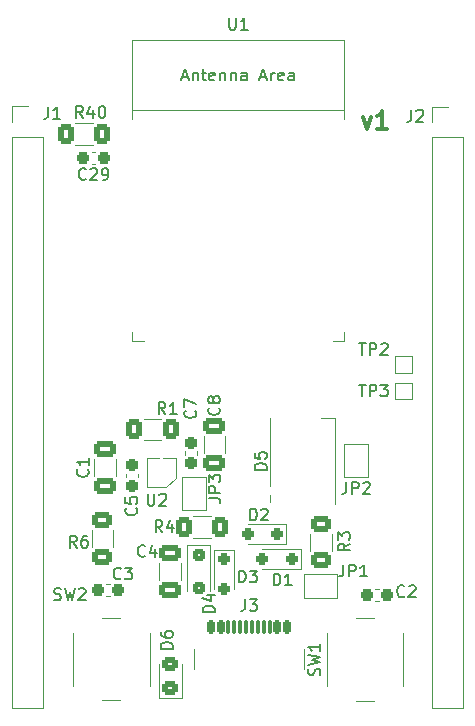
<source format=gbr>
%TF.GenerationSoftware,KiCad,Pcbnew,8.0.1-1.fc39*%
%TF.CreationDate,2024-05-03T11:25:38+02:00*%
%TF.ProjectId,esp32-s3-simple,65737033-322d-4733-932d-73696d706c65,rev?*%
%TF.SameCoordinates,Original*%
%TF.FileFunction,Legend,Top*%
%TF.FilePolarity,Positive*%
%FSLAX46Y46*%
G04 Gerber Fmt 4.6, Leading zero omitted, Abs format (unit mm)*
G04 Created by KiCad (PCBNEW 8.0.1-1.fc39) date 2024-05-03 11:25:38*
%MOMM*%
%LPD*%
G01*
G04 APERTURE LIST*
G04 Aperture macros list*
%AMRoundRect*
0 Rectangle with rounded corners*
0 $1 Rounding radius*
0 $2 $3 $4 $5 $6 $7 $8 $9 X,Y pos of 4 corners*
0 Add a 4 corners polygon primitive as box body*
4,1,4,$2,$3,$4,$5,$6,$7,$8,$9,$2,$3,0*
0 Add four circle primitives for the rounded corners*
1,1,$1+$1,$2,$3*
1,1,$1+$1,$4,$5*
1,1,$1+$1,$6,$7*
1,1,$1+$1,$8,$9*
0 Add four rect primitives between the rounded corners*
20,1,$1+$1,$2,$3,$4,$5,0*
20,1,$1+$1,$4,$5,$6,$7,0*
20,1,$1+$1,$6,$7,$8,$9,0*
20,1,$1+$1,$8,$9,$2,$3,0*%
G04 Aperture macros list end*
%ADD10C,0.300000*%
%ADD11C,0.150000*%
%ADD12C,0.120000*%
%ADD13R,1.700000X1.700000*%
%ADD14O,1.700000X1.700000*%
%ADD15RoundRect,0.250000X-0.400000X-0.625000X0.400000X-0.625000X0.400000X0.625000X-0.400000X0.625000X0*%
%ADD16RoundRect,0.250000X0.650000X-0.412500X0.650000X0.412500X-0.650000X0.412500X-0.650000X-0.412500X0*%
%ADD17R,1.500000X0.900000*%
%ADD18R,0.900000X1.500000*%
%ADD19R,0.900000X0.900000*%
%ADD20RoundRect,0.237500X0.300000X0.237500X-0.300000X0.237500X-0.300000X-0.237500X0.300000X-0.237500X0*%
%ADD21RoundRect,0.250000X-0.300000X0.300000X-0.300000X-0.300000X0.300000X-0.300000X0.300000X0.300000X0*%
%ADD22C,2.000000*%
%ADD23RoundRect,0.250000X0.250000X0.250000X-0.250000X0.250000X-0.250000X-0.250000X0.250000X-0.250000X0*%
%ADD24R,1.000000X1.000000*%
%ADD25RoundRect,0.250000X0.400000X0.625000X-0.400000X0.625000X-0.400000X-0.625000X0.400000X-0.625000X0*%
%ADD26R,1.500000X1.000000*%
%ADD27RoundRect,0.237500X0.237500X-0.300000X0.237500X0.300000X-0.237500X0.300000X-0.237500X-0.300000X0*%
%ADD28RoundRect,0.250000X0.625000X-0.400000X0.625000X0.400000X-0.625000X0.400000X-0.625000X-0.400000X0*%
%ADD29R,1.000000X1.500000*%
%ADD30RoundRect,0.250000X-0.650000X0.412500X-0.650000X-0.412500X0.650000X-0.412500X0.650000X0.412500X0*%
%ADD31RoundRect,0.237500X-0.300000X-0.237500X0.300000X-0.237500X0.300000X0.237500X-0.300000X0.237500X0*%
%ADD32R,0.350000X0.280000*%
%ADD33R,0.350000X0.260000*%
%ADD34R,0.440000X1.440000*%
%ADD35RoundRect,0.250000X-0.625000X0.400000X-0.625000X-0.400000X0.625000X-0.400000X0.625000X0.400000X0*%
%ADD36RoundRect,0.250000X-0.250000X0.250000X-0.250000X-0.250000X0.250000X-0.250000X0.250000X0.250000X0*%
%ADD37RoundRect,0.250000X0.450000X-0.325000X0.450000X0.325000X-0.450000X0.325000X-0.450000X-0.325000X0*%
%ADD38C,0.650000*%
%ADD39RoundRect,0.150000X-0.150000X-0.425000X0.150000X-0.425000X0.150000X0.425000X-0.150000X0.425000X0*%
%ADD40RoundRect,0.075000X-0.075000X-0.500000X0.075000X-0.500000X0.075000X0.500000X-0.075000X0.500000X0*%
%ADD41O,1.000000X2.100000*%
%ADD42O,1.000000X1.800000*%
%ADD43C,0.800000*%
%ADD44C,0.600000*%
%ADD45C,0.500000*%
G04 APERTURE END LIST*
D10*
X169061653Y-36800828D02*
X169418796Y-37800828D01*
X169418796Y-37800828D02*
X169775939Y-36800828D01*
X171133082Y-37800828D02*
X170275939Y-37800828D01*
X170704510Y-37800828D02*
X170704510Y-36300828D01*
X170704510Y-36300828D02*
X170561653Y-36515114D01*
X170561653Y-36515114D02*
X170418796Y-36657971D01*
X170418796Y-36657971D02*
X170275939Y-36729400D01*
D11*
X173166666Y-36204819D02*
X173166666Y-36919104D01*
X173166666Y-36919104D02*
X173119047Y-37061961D01*
X173119047Y-37061961D02*
X173023809Y-37157200D01*
X173023809Y-37157200D02*
X172880952Y-37204819D01*
X172880952Y-37204819D02*
X172785714Y-37204819D01*
X173595238Y-36300057D02*
X173642857Y-36252438D01*
X173642857Y-36252438D02*
X173738095Y-36204819D01*
X173738095Y-36204819D02*
X173976190Y-36204819D01*
X173976190Y-36204819D02*
X174071428Y-36252438D01*
X174071428Y-36252438D02*
X174119047Y-36300057D01*
X174119047Y-36300057D02*
X174166666Y-36395295D01*
X174166666Y-36395295D02*
X174166666Y-36490533D01*
X174166666Y-36490533D02*
X174119047Y-36633390D01*
X174119047Y-36633390D02*
X173547619Y-37204819D01*
X173547619Y-37204819D02*
X174166666Y-37204819D01*
X145357142Y-36884819D02*
X145023809Y-36408628D01*
X144785714Y-36884819D02*
X144785714Y-35884819D01*
X144785714Y-35884819D02*
X145166666Y-35884819D01*
X145166666Y-35884819D02*
X145261904Y-35932438D01*
X145261904Y-35932438D02*
X145309523Y-35980057D01*
X145309523Y-35980057D02*
X145357142Y-36075295D01*
X145357142Y-36075295D02*
X145357142Y-36218152D01*
X145357142Y-36218152D02*
X145309523Y-36313390D01*
X145309523Y-36313390D02*
X145261904Y-36361009D01*
X145261904Y-36361009D02*
X145166666Y-36408628D01*
X145166666Y-36408628D02*
X144785714Y-36408628D01*
X146214285Y-36218152D02*
X146214285Y-36884819D01*
X145976190Y-35837200D02*
X145738095Y-36551485D01*
X145738095Y-36551485D02*
X146357142Y-36551485D01*
X146928571Y-35884819D02*
X147023809Y-35884819D01*
X147023809Y-35884819D02*
X147119047Y-35932438D01*
X147119047Y-35932438D02*
X147166666Y-35980057D01*
X147166666Y-35980057D02*
X147214285Y-36075295D01*
X147214285Y-36075295D02*
X147261904Y-36265771D01*
X147261904Y-36265771D02*
X147261904Y-36503866D01*
X147261904Y-36503866D02*
X147214285Y-36694342D01*
X147214285Y-36694342D02*
X147166666Y-36789580D01*
X147166666Y-36789580D02*
X147119047Y-36837200D01*
X147119047Y-36837200D02*
X147023809Y-36884819D01*
X147023809Y-36884819D02*
X146928571Y-36884819D01*
X146928571Y-36884819D02*
X146833333Y-36837200D01*
X146833333Y-36837200D02*
X146785714Y-36789580D01*
X146785714Y-36789580D02*
X146738095Y-36694342D01*
X146738095Y-36694342D02*
X146690476Y-36503866D01*
X146690476Y-36503866D02*
X146690476Y-36265771D01*
X146690476Y-36265771D02*
X146738095Y-36075295D01*
X146738095Y-36075295D02*
X146785714Y-35980057D01*
X146785714Y-35980057D02*
X146833333Y-35932438D01*
X146833333Y-35932438D02*
X146928571Y-35884819D01*
X156859580Y-61416666D02*
X156907200Y-61464285D01*
X156907200Y-61464285D02*
X156954819Y-61607142D01*
X156954819Y-61607142D02*
X156954819Y-61702380D01*
X156954819Y-61702380D02*
X156907200Y-61845237D01*
X156907200Y-61845237D02*
X156811961Y-61940475D01*
X156811961Y-61940475D02*
X156716723Y-61988094D01*
X156716723Y-61988094D02*
X156526247Y-62035713D01*
X156526247Y-62035713D02*
X156383390Y-62035713D01*
X156383390Y-62035713D02*
X156192914Y-61988094D01*
X156192914Y-61988094D02*
X156097676Y-61940475D01*
X156097676Y-61940475D02*
X156002438Y-61845237D01*
X156002438Y-61845237D02*
X155954819Y-61702380D01*
X155954819Y-61702380D02*
X155954819Y-61607142D01*
X155954819Y-61607142D02*
X156002438Y-61464285D01*
X156002438Y-61464285D02*
X156050057Y-61416666D01*
X156383390Y-60845237D02*
X156335771Y-60940475D01*
X156335771Y-60940475D02*
X156288152Y-60988094D01*
X156288152Y-60988094D02*
X156192914Y-61035713D01*
X156192914Y-61035713D02*
X156145295Y-61035713D01*
X156145295Y-61035713D02*
X156050057Y-60988094D01*
X156050057Y-60988094D02*
X156002438Y-60940475D01*
X156002438Y-60940475D02*
X155954819Y-60845237D01*
X155954819Y-60845237D02*
X155954819Y-60654761D01*
X155954819Y-60654761D02*
X156002438Y-60559523D01*
X156002438Y-60559523D02*
X156050057Y-60511904D01*
X156050057Y-60511904D02*
X156145295Y-60464285D01*
X156145295Y-60464285D02*
X156192914Y-60464285D01*
X156192914Y-60464285D02*
X156288152Y-60511904D01*
X156288152Y-60511904D02*
X156335771Y-60559523D01*
X156335771Y-60559523D02*
X156383390Y-60654761D01*
X156383390Y-60654761D02*
X156383390Y-60845237D01*
X156383390Y-60845237D02*
X156431009Y-60940475D01*
X156431009Y-60940475D02*
X156478628Y-60988094D01*
X156478628Y-60988094D02*
X156573866Y-61035713D01*
X156573866Y-61035713D02*
X156764342Y-61035713D01*
X156764342Y-61035713D02*
X156859580Y-60988094D01*
X156859580Y-60988094D02*
X156907200Y-60940475D01*
X156907200Y-60940475D02*
X156954819Y-60845237D01*
X156954819Y-60845237D02*
X156954819Y-60654761D01*
X156954819Y-60654761D02*
X156907200Y-60559523D01*
X156907200Y-60559523D02*
X156859580Y-60511904D01*
X156859580Y-60511904D02*
X156764342Y-60464285D01*
X156764342Y-60464285D02*
X156573866Y-60464285D01*
X156573866Y-60464285D02*
X156478628Y-60511904D01*
X156478628Y-60511904D02*
X156431009Y-60559523D01*
X156431009Y-60559523D02*
X156383390Y-60654761D01*
X157738095Y-28404819D02*
X157738095Y-29214342D01*
X157738095Y-29214342D02*
X157785714Y-29309580D01*
X157785714Y-29309580D02*
X157833333Y-29357200D01*
X157833333Y-29357200D02*
X157928571Y-29404819D01*
X157928571Y-29404819D02*
X158119047Y-29404819D01*
X158119047Y-29404819D02*
X158214285Y-29357200D01*
X158214285Y-29357200D02*
X158261904Y-29309580D01*
X158261904Y-29309580D02*
X158309523Y-29214342D01*
X158309523Y-29214342D02*
X158309523Y-28404819D01*
X159309523Y-29404819D02*
X158738095Y-29404819D01*
X159023809Y-29404819D02*
X159023809Y-28404819D01*
X159023809Y-28404819D02*
X158928571Y-28547676D01*
X158928571Y-28547676D02*
X158833333Y-28642914D01*
X158833333Y-28642914D02*
X158738095Y-28690533D01*
X153738094Y-33419104D02*
X154214284Y-33419104D01*
X153642856Y-33704819D02*
X153976189Y-32704819D01*
X153976189Y-32704819D02*
X154309522Y-33704819D01*
X154642856Y-33038152D02*
X154642856Y-33704819D01*
X154642856Y-33133390D02*
X154690475Y-33085771D01*
X154690475Y-33085771D02*
X154785713Y-33038152D01*
X154785713Y-33038152D02*
X154928570Y-33038152D01*
X154928570Y-33038152D02*
X155023808Y-33085771D01*
X155023808Y-33085771D02*
X155071427Y-33181009D01*
X155071427Y-33181009D02*
X155071427Y-33704819D01*
X155404761Y-33038152D02*
X155785713Y-33038152D01*
X155547618Y-32704819D02*
X155547618Y-33561961D01*
X155547618Y-33561961D02*
X155595237Y-33657200D01*
X155595237Y-33657200D02*
X155690475Y-33704819D01*
X155690475Y-33704819D02*
X155785713Y-33704819D01*
X156499999Y-33657200D02*
X156404761Y-33704819D01*
X156404761Y-33704819D02*
X156214285Y-33704819D01*
X156214285Y-33704819D02*
X156119047Y-33657200D01*
X156119047Y-33657200D02*
X156071428Y-33561961D01*
X156071428Y-33561961D02*
X156071428Y-33181009D01*
X156071428Y-33181009D02*
X156119047Y-33085771D01*
X156119047Y-33085771D02*
X156214285Y-33038152D01*
X156214285Y-33038152D02*
X156404761Y-33038152D01*
X156404761Y-33038152D02*
X156499999Y-33085771D01*
X156499999Y-33085771D02*
X156547618Y-33181009D01*
X156547618Y-33181009D02*
X156547618Y-33276247D01*
X156547618Y-33276247D02*
X156071428Y-33371485D01*
X156976190Y-33038152D02*
X156976190Y-33704819D01*
X156976190Y-33133390D02*
X157023809Y-33085771D01*
X157023809Y-33085771D02*
X157119047Y-33038152D01*
X157119047Y-33038152D02*
X157261904Y-33038152D01*
X157261904Y-33038152D02*
X157357142Y-33085771D01*
X157357142Y-33085771D02*
X157404761Y-33181009D01*
X157404761Y-33181009D02*
X157404761Y-33704819D01*
X157880952Y-33038152D02*
X157880952Y-33704819D01*
X157880952Y-33133390D02*
X157928571Y-33085771D01*
X157928571Y-33085771D02*
X158023809Y-33038152D01*
X158023809Y-33038152D02*
X158166666Y-33038152D01*
X158166666Y-33038152D02*
X158261904Y-33085771D01*
X158261904Y-33085771D02*
X158309523Y-33181009D01*
X158309523Y-33181009D02*
X158309523Y-33704819D01*
X159214285Y-33704819D02*
X159214285Y-33181009D01*
X159214285Y-33181009D02*
X159166666Y-33085771D01*
X159166666Y-33085771D02*
X159071428Y-33038152D01*
X159071428Y-33038152D02*
X158880952Y-33038152D01*
X158880952Y-33038152D02*
X158785714Y-33085771D01*
X159214285Y-33657200D02*
X159119047Y-33704819D01*
X159119047Y-33704819D02*
X158880952Y-33704819D01*
X158880952Y-33704819D02*
X158785714Y-33657200D01*
X158785714Y-33657200D02*
X158738095Y-33561961D01*
X158738095Y-33561961D02*
X158738095Y-33466723D01*
X158738095Y-33466723D02*
X158785714Y-33371485D01*
X158785714Y-33371485D02*
X158880952Y-33323866D01*
X158880952Y-33323866D02*
X159119047Y-33323866D01*
X159119047Y-33323866D02*
X159214285Y-33276247D01*
X160404762Y-33419104D02*
X160880952Y-33419104D01*
X160309524Y-33704819D02*
X160642857Y-32704819D01*
X160642857Y-32704819D02*
X160976190Y-33704819D01*
X161309524Y-33704819D02*
X161309524Y-33038152D01*
X161309524Y-33228628D02*
X161357143Y-33133390D01*
X161357143Y-33133390D02*
X161404762Y-33085771D01*
X161404762Y-33085771D02*
X161500000Y-33038152D01*
X161500000Y-33038152D02*
X161595238Y-33038152D01*
X162309524Y-33657200D02*
X162214286Y-33704819D01*
X162214286Y-33704819D02*
X162023810Y-33704819D01*
X162023810Y-33704819D02*
X161928572Y-33657200D01*
X161928572Y-33657200D02*
X161880953Y-33561961D01*
X161880953Y-33561961D02*
X161880953Y-33181009D01*
X161880953Y-33181009D02*
X161928572Y-33085771D01*
X161928572Y-33085771D02*
X162023810Y-33038152D01*
X162023810Y-33038152D02*
X162214286Y-33038152D01*
X162214286Y-33038152D02*
X162309524Y-33085771D01*
X162309524Y-33085771D02*
X162357143Y-33181009D01*
X162357143Y-33181009D02*
X162357143Y-33276247D01*
X162357143Y-33276247D02*
X161880953Y-33371485D01*
X163214286Y-33704819D02*
X163214286Y-33181009D01*
X163214286Y-33181009D02*
X163166667Y-33085771D01*
X163166667Y-33085771D02*
X163071429Y-33038152D01*
X163071429Y-33038152D02*
X162880953Y-33038152D01*
X162880953Y-33038152D02*
X162785715Y-33085771D01*
X163214286Y-33657200D02*
X163119048Y-33704819D01*
X163119048Y-33704819D02*
X162880953Y-33704819D01*
X162880953Y-33704819D02*
X162785715Y-33657200D01*
X162785715Y-33657200D02*
X162738096Y-33561961D01*
X162738096Y-33561961D02*
X162738096Y-33466723D01*
X162738096Y-33466723D02*
X162785715Y-33371485D01*
X162785715Y-33371485D02*
X162880953Y-33323866D01*
X162880953Y-33323866D02*
X163119048Y-33323866D01*
X163119048Y-33323866D02*
X163214286Y-33276247D01*
X172583333Y-77359580D02*
X172535714Y-77407200D01*
X172535714Y-77407200D02*
X172392857Y-77454819D01*
X172392857Y-77454819D02*
X172297619Y-77454819D01*
X172297619Y-77454819D02*
X172154762Y-77407200D01*
X172154762Y-77407200D02*
X172059524Y-77311961D01*
X172059524Y-77311961D02*
X172011905Y-77216723D01*
X172011905Y-77216723D02*
X171964286Y-77026247D01*
X171964286Y-77026247D02*
X171964286Y-76883390D01*
X171964286Y-76883390D02*
X172011905Y-76692914D01*
X172011905Y-76692914D02*
X172059524Y-76597676D01*
X172059524Y-76597676D02*
X172154762Y-76502438D01*
X172154762Y-76502438D02*
X172297619Y-76454819D01*
X172297619Y-76454819D02*
X172392857Y-76454819D01*
X172392857Y-76454819D02*
X172535714Y-76502438D01*
X172535714Y-76502438D02*
X172583333Y-76550057D01*
X172964286Y-76550057D02*
X173011905Y-76502438D01*
X173011905Y-76502438D02*
X173107143Y-76454819D01*
X173107143Y-76454819D02*
X173345238Y-76454819D01*
X173345238Y-76454819D02*
X173440476Y-76502438D01*
X173440476Y-76502438D02*
X173488095Y-76550057D01*
X173488095Y-76550057D02*
X173535714Y-76645295D01*
X173535714Y-76645295D02*
X173535714Y-76740533D01*
X173535714Y-76740533D02*
X173488095Y-76883390D01*
X173488095Y-76883390D02*
X172916667Y-77454819D01*
X172916667Y-77454819D02*
X173535714Y-77454819D01*
X156504819Y-78738094D02*
X155504819Y-78738094D01*
X155504819Y-78738094D02*
X155504819Y-78499999D01*
X155504819Y-78499999D02*
X155552438Y-78357142D01*
X155552438Y-78357142D02*
X155647676Y-78261904D01*
X155647676Y-78261904D02*
X155742914Y-78214285D01*
X155742914Y-78214285D02*
X155933390Y-78166666D01*
X155933390Y-78166666D02*
X156076247Y-78166666D01*
X156076247Y-78166666D02*
X156266723Y-78214285D01*
X156266723Y-78214285D02*
X156361961Y-78261904D01*
X156361961Y-78261904D02*
X156457200Y-78357142D01*
X156457200Y-78357142D02*
X156504819Y-78499999D01*
X156504819Y-78499999D02*
X156504819Y-78738094D01*
X155838152Y-77309523D02*
X156504819Y-77309523D01*
X155457200Y-77547618D02*
X156171485Y-77785713D01*
X156171485Y-77785713D02*
X156171485Y-77166666D01*
X165407200Y-84083332D02*
X165454819Y-83940475D01*
X165454819Y-83940475D02*
X165454819Y-83702380D01*
X165454819Y-83702380D02*
X165407200Y-83607142D01*
X165407200Y-83607142D02*
X165359580Y-83559523D01*
X165359580Y-83559523D02*
X165264342Y-83511904D01*
X165264342Y-83511904D02*
X165169104Y-83511904D01*
X165169104Y-83511904D02*
X165073866Y-83559523D01*
X165073866Y-83559523D02*
X165026247Y-83607142D01*
X165026247Y-83607142D02*
X164978628Y-83702380D01*
X164978628Y-83702380D02*
X164931009Y-83892856D01*
X164931009Y-83892856D02*
X164883390Y-83988094D01*
X164883390Y-83988094D02*
X164835771Y-84035713D01*
X164835771Y-84035713D02*
X164740533Y-84083332D01*
X164740533Y-84083332D02*
X164645295Y-84083332D01*
X164645295Y-84083332D02*
X164550057Y-84035713D01*
X164550057Y-84035713D02*
X164502438Y-83988094D01*
X164502438Y-83988094D02*
X164454819Y-83892856D01*
X164454819Y-83892856D02*
X164454819Y-83654761D01*
X164454819Y-83654761D02*
X164502438Y-83511904D01*
X164454819Y-83178570D02*
X165454819Y-82940475D01*
X165454819Y-82940475D02*
X164740533Y-82749999D01*
X164740533Y-82749999D02*
X165454819Y-82559523D01*
X165454819Y-82559523D02*
X164454819Y-82321428D01*
X165454819Y-81416666D02*
X165454819Y-81988094D01*
X165454819Y-81702380D02*
X164454819Y-81702380D01*
X164454819Y-81702380D02*
X164597676Y-81797618D01*
X164597676Y-81797618D02*
X164692914Y-81892856D01*
X164692914Y-81892856D02*
X164740533Y-81988094D01*
X161511905Y-76454819D02*
X161511905Y-75454819D01*
X161511905Y-75454819D02*
X161750000Y-75454819D01*
X161750000Y-75454819D02*
X161892857Y-75502438D01*
X161892857Y-75502438D02*
X161988095Y-75597676D01*
X161988095Y-75597676D02*
X162035714Y-75692914D01*
X162035714Y-75692914D02*
X162083333Y-75883390D01*
X162083333Y-75883390D02*
X162083333Y-76026247D01*
X162083333Y-76026247D02*
X162035714Y-76216723D01*
X162035714Y-76216723D02*
X161988095Y-76311961D01*
X161988095Y-76311961D02*
X161892857Y-76407200D01*
X161892857Y-76407200D02*
X161750000Y-76454819D01*
X161750000Y-76454819D02*
X161511905Y-76454819D01*
X163035714Y-76454819D02*
X162464286Y-76454819D01*
X162750000Y-76454819D02*
X162750000Y-75454819D01*
X162750000Y-75454819D02*
X162654762Y-75597676D01*
X162654762Y-75597676D02*
X162559524Y-75692914D01*
X162559524Y-75692914D02*
X162464286Y-75740533D01*
X145607142Y-42039580D02*
X145559523Y-42087200D01*
X145559523Y-42087200D02*
X145416666Y-42134819D01*
X145416666Y-42134819D02*
X145321428Y-42134819D01*
X145321428Y-42134819D02*
X145178571Y-42087200D01*
X145178571Y-42087200D02*
X145083333Y-41991961D01*
X145083333Y-41991961D02*
X145035714Y-41896723D01*
X145035714Y-41896723D02*
X144988095Y-41706247D01*
X144988095Y-41706247D02*
X144988095Y-41563390D01*
X144988095Y-41563390D02*
X145035714Y-41372914D01*
X145035714Y-41372914D02*
X145083333Y-41277676D01*
X145083333Y-41277676D02*
X145178571Y-41182438D01*
X145178571Y-41182438D02*
X145321428Y-41134819D01*
X145321428Y-41134819D02*
X145416666Y-41134819D01*
X145416666Y-41134819D02*
X145559523Y-41182438D01*
X145559523Y-41182438D02*
X145607142Y-41230057D01*
X145988095Y-41230057D02*
X146035714Y-41182438D01*
X146035714Y-41182438D02*
X146130952Y-41134819D01*
X146130952Y-41134819D02*
X146369047Y-41134819D01*
X146369047Y-41134819D02*
X146464285Y-41182438D01*
X146464285Y-41182438D02*
X146511904Y-41230057D01*
X146511904Y-41230057D02*
X146559523Y-41325295D01*
X146559523Y-41325295D02*
X146559523Y-41420533D01*
X146559523Y-41420533D02*
X146511904Y-41563390D01*
X146511904Y-41563390D02*
X145940476Y-42134819D01*
X145940476Y-42134819D02*
X146559523Y-42134819D01*
X147035714Y-42134819D02*
X147226190Y-42134819D01*
X147226190Y-42134819D02*
X147321428Y-42087200D01*
X147321428Y-42087200D02*
X147369047Y-42039580D01*
X147369047Y-42039580D02*
X147464285Y-41896723D01*
X147464285Y-41896723D02*
X147511904Y-41706247D01*
X147511904Y-41706247D02*
X147511904Y-41325295D01*
X147511904Y-41325295D02*
X147464285Y-41230057D01*
X147464285Y-41230057D02*
X147416666Y-41182438D01*
X147416666Y-41182438D02*
X147321428Y-41134819D01*
X147321428Y-41134819D02*
X147130952Y-41134819D01*
X147130952Y-41134819D02*
X147035714Y-41182438D01*
X147035714Y-41182438D02*
X146988095Y-41230057D01*
X146988095Y-41230057D02*
X146940476Y-41325295D01*
X146940476Y-41325295D02*
X146940476Y-41563390D01*
X146940476Y-41563390D02*
X146988095Y-41658628D01*
X146988095Y-41658628D02*
X147035714Y-41706247D01*
X147035714Y-41706247D02*
X147130952Y-41753866D01*
X147130952Y-41753866D02*
X147321428Y-41753866D01*
X147321428Y-41753866D02*
X147416666Y-41706247D01*
X147416666Y-41706247D02*
X147464285Y-41658628D01*
X147464285Y-41658628D02*
X147511904Y-41563390D01*
X168738095Y-55954819D02*
X169309523Y-55954819D01*
X169023809Y-56954819D02*
X169023809Y-55954819D01*
X169642857Y-56954819D02*
X169642857Y-55954819D01*
X169642857Y-55954819D02*
X170023809Y-55954819D01*
X170023809Y-55954819D02*
X170119047Y-56002438D01*
X170119047Y-56002438D02*
X170166666Y-56050057D01*
X170166666Y-56050057D02*
X170214285Y-56145295D01*
X170214285Y-56145295D02*
X170214285Y-56288152D01*
X170214285Y-56288152D02*
X170166666Y-56383390D01*
X170166666Y-56383390D02*
X170119047Y-56431009D01*
X170119047Y-56431009D02*
X170023809Y-56478628D01*
X170023809Y-56478628D02*
X169642857Y-56478628D01*
X170595238Y-56050057D02*
X170642857Y-56002438D01*
X170642857Y-56002438D02*
X170738095Y-55954819D01*
X170738095Y-55954819D02*
X170976190Y-55954819D01*
X170976190Y-55954819D02*
X171071428Y-56002438D01*
X171071428Y-56002438D02*
X171119047Y-56050057D01*
X171119047Y-56050057D02*
X171166666Y-56145295D01*
X171166666Y-56145295D02*
X171166666Y-56240533D01*
X171166666Y-56240533D02*
X171119047Y-56383390D01*
X171119047Y-56383390D02*
X170547619Y-56954819D01*
X170547619Y-56954819D02*
X171166666Y-56954819D01*
X152083333Y-71954819D02*
X151750000Y-71478628D01*
X151511905Y-71954819D02*
X151511905Y-70954819D01*
X151511905Y-70954819D02*
X151892857Y-70954819D01*
X151892857Y-70954819D02*
X151988095Y-71002438D01*
X151988095Y-71002438D02*
X152035714Y-71050057D01*
X152035714Y-71050057D02*
X152083333Y-71145295D01*
X152083333Y-71145295D02*
X152083333Y-71288152D01*
X152083333Y-71288152D02*
X152035714Y-71383390D01*
X152035714Y-71383390D02*
X151988095Y-71431009D01*
X151988095Y-71431009D02*
X151892857Y-71478628D01*
X151892857Y-71478628D02*
X151511905Y-71478628D01*
X152940476Y-71288152D02*
X152940476Y-71954819D01*
X152702381Y-70907200D02*
X152464286Y-71621485D01*
X152464286Y-71621485D02*
X153083333Y-71621485D01*
X156004819Y-69083333D02*
X156719104Y-69083333D01*
X156719104Y-69083333D02*
X156861961Y-69130952D01*
X156861961Y-69130952D02*
X156957200Y-69226190D01*
X156957200Y-69226190D02*
X157004819Y-69369047D01*
X157004819Y-69369047D02*
X157004819Y-69464285D01*
X157004819Y-68607142D02*
X156004819Y-68607142D01*
X156004819Y-68607142D02*
X156004819Y-68226190D01*
X156004819Y-68226190D02*
X156052438Y-68130952D01*
X156052438Y-68130952D02*
X156100057Y-68083333D01*
X156100057Y-68083333D02*
X156195295Y-68035714D01*
X156195295Y-68035714D02*
X156338152Y-68035714D01*
X156338152Y-68035714D02*
X156433390Y-68083333D01*
X156433390Y-68083333D02*
X156481009Y-68130952D01*
X156481009Y-68130952D02*
X156528628Y-68226190D01*
X156528628Y-68226190D02*
X156528628Y-68607142D01*
X156004819Y-67702380D02*
X156004819Y-67083333D01*
X156004819Y-67083333D02*
X156385771Y-67416666D01*
X156385771Y-67416666D02*
X156385771Y-67273809D01*
X156385771Y-67273809D02*
X156433390Y-67178571D01*
X156433390Y-67178571D02*
X156481009Y-67130952D01*
X156481009Y-67130952D02*
X156576247Y-67083333D01*
X156576247Y-67083333D02*
X156814342Y-67083333D01*
X156814342Y-67083333D02*
X156909580Y-67130952D01*
X156909580Y-67130952D02*
X156957200Y-67178571D01*
X156957200Y-67178571D02*
X157004819Y-67273809D01*
X157004819Y-67273809D02*
X157004819Y-67559523D01*
X157004819Y-67559523D02*
X156957200Y-67654761D01*
X156957200Y-67654761D02*
X156909580Y-67702380D01*
X154859580Y-61666666D02*
X154907200Y-61714285D01*
X154907200Y-61714285D02*
X154954819Y-61857142D01*
X154954819Y-61857142D02*
X154954819Y-61952380D01*
X154954819Y-61952380D02*
X154907200Y-62095237D01*
X154907200Y-62095237D02*
X154811961Y-62190475D01*
X154811961Y-62190475D02*
X154716723Y-62238094D01*
X154716723Y-62238094D02*
X154526247Y-62285713D01*
X154526247Y-62285713D02*
X154383390Y-62285713D01*
X154383390Y-62285713D02*
X154192914Y-62238094D01*
X154192914Y-62238094D02*
X154097676Y-62190475D01*
X154097676Y-62190475D02*
X154002438Y-62095237D01*
X154002438Y-62095237D02*
X153954819Y-61952380D01*
X153954819Y-61952380D02*
X153954819Y-61857142D01*
X153954819Y-61857142D02*
X154002438Y-61714285D01*
X154002438Y-61714285D02*
X154050057Y-61666666D01*
X153954819Y-61333332D02*
X153954819Y-60666666D01*
X153954819Y-60666666D02*
X154954819Y-61095237D01*
X167954819Y-72916666D02*
X167478628Y-73249999D01*
X167954819Y-73488094D02*
X166954819Y-73488094D01*
X166954819Y-73488094D02*
X166954819Y-73107142D01*
X166954819Y-73107142D02*
X167002438Y-73011904D01*
X167002438Y-73011904D02*
X167050057Y-72964285D01*
X167050057Y-72964285D02*
X167145295Y-72916666D01*
X167145295Y-72916666D02*
X167288152Y-72916666D01*
X167288152Y-72916666D02*
X167383390Y-72964285D01*
X167383390Y-72964285D02*
X167431009Y-73011904D01*
X167431009Y-73011904D02*
X167478628Y-73107142D01*
X167478628Y-73107142D02*
X167478628Y-73488094D01*
X166954819Y-72583332D02*
X166954819Y-71964285D01*
X166954819Y-71964285D02*
X167335771Y-72297618D01*
X167335771Y-72297618D02*
X167335771Y-72154761D01*
X167335771Y-72154761D02*
X167383390Y-72059523D01*
X167383390Y-72059523D02*
X167431009Y-72011904D01*
X167431009Y-72011904D02*
X167526247Y-71964285D01*
X167526247Y-71964285D02*
X167764342Y-71964285D01*
X167764342Y-71964285D02*
X167859580Y-72011904D01*
X167859580Y-72011904D02*
X167907200Y-72059523D01*
X167907200Y-72059523D02*
X167954819Y-72154761D01*
X167954819Y-72154761D02*
X167954819Y-72440475D01*
X167954819Y-72440475D02*
X167907200Y-72535713D01*
X167907200Y-72535713D02*
X167859580Y-72583332D01*
X160904819Y-66688094D02*
X159904819Y-66688094D01*
X159904819Y-66688094D02*
X159904819Y-66449999D01*
X159904819Y-66449999D02*
X159952438Y-66307142D01*
X159952438Y-66307142D02*
X160047676Y-66211904D01*
X160047676Y-66211904D02*
X160142914Y-66164285D01*
X160142914Y-66164285D02*
X160333390Y-66116666D01*
X160333390Y-66116666D02*
X160476247Y-66116666D01*
X160476247Y-66116666D02*
X160666723Y-66164285D01*
X160666723Y-66164285D02*
X160761961Y-66211904D01*
X160761961Y-66211904D02*
X160857200Y-66307142D01*
X160857200Y-66307142D02*
X160904819Y-66449999D01*
X160904819Y-66449999D02*
X160904819Y-66688094D01*
X159904819Y-65211904D02*
X159904819Y-65688094D01*
X159904819Y-65688094D02*
X160381009Y-65735713D01*
X160381009Y-65735713D02*
X160333390Y-65688094D01*
X160333390Y-65688094D02*
X160285771Y-65592856D01*
X160285771Y-65592856D02*
X160285771Y-65354761D01*
X160285771Y-65354761D02*
X160333390Y-65259523D01*
X160333390Y-65259523D02*
X160381009Y-65211904D01*
X160381009Y-65211904D02*
X160476247Y-65164285D01*
X160476247Y-65164285D02*
X160714342Y-65164285D01*
X160714342Y-65164285D02*
X160809580Y-65211904D01*
X160809580Y-65211904D02*
X160857200Y-65259523D01*
X160857200Y-65259523D02*
X160904819Y-65354761D01*
X160904819Y-65354761D02*
X160904819Y-65592856D01*
X160904819Y-65592856D02*
X160857200Y-65688094D01*
X160857200Y-65688094D02*
X160809580Y-65735713D01*
X145759580Y-66641666D02*
X145807200Y-66689285D01*
X145807200Y-66689285D02*
X145854819Y-66832142D01*
X145854819Y-66832142D02*
X145854819Y-66927380D01*
X145854819Y-66927380D02*
X145807200Y-67070237D01*
X145807200Y-67070237D02*
X145711961Y-67165475D01*
X145711961Y-67165475D02*
X145616723Y-67213094D01*
X145616723Y-67213094D02*
X145426247Y-67260713D01*
X145426247Y-67260713D02*
X145283390Y-67260713D01*
X145283390Y-67260713D02*
X145092914Y-67213094D01*
X145092914Y-67213094D02*
X144997676Y-67165475D01*
X144997676Y-67165475D02*
X144902438Y-67070237D01*
X144902438Y-67070237D02*
X144854819Y-66927380D01*
X144854819Y-66927380D02*
X144854819Y-66832142D01*
X144854819Y-66832142D02*
X144902438Y-66689285D01*
X144902438Y-66689285D02*
X144950057Y-66641666D01*
X145854819Y-65689285D02*
X145854819Y-66260713D01*
X145854819Y-65974999D02*
X144854819Y-65974999D01*
X144854819Y-65974999D02*
X144997676Y-66070237D01*
X144997676Y-66070237D02*
X145092914Y-66165475D01*
X145092914Y-66165475D02*
X145140533Y-66260713D01*
X150633333Y-73959580D02*
X150585714Y-74007200D01*
X150585714Y-74007200D02*
X150442857Y-74054819D01*
X150442857Y-74054819D02*
X150347619Y-74054819D01*
X150347619Y-74054819D02*
X150204762Y-74007200D01*
X150204762Y-74007200D02*
X150109524Y-73911961D01*
X150109524Y-73911961D02*
X150061905Y-73816723D01*
X150061905Y-73816723D02*
X150014286Y-73626247D01*
X150014286Y-73626247D02*
X150014286Y-73483390D01*
X150014286Y-73483390D02*
X150061905Y-73292914D01*
X150061905Y-73292914D02*
X150109524Y-73197676D01*
X150109524Y-73197676D02*
X150204762Y-73102438D01*
X150204762Y-73102438D02*
X150347619Y-73054819D01*
X150347619Y-73054819D02*
X150442857Y-73054819D01*
X150442857Y-73054819D02*
X150585714Y-73102438D01*
X150585714Y-73102438D02*
X150633333Y-73150057D01*
X151490476Y-73388152D02*
X151490476Y-74054819D01*
X151252381Y-73007200D02*
X151014286Y-73721485D01*
X151014286Y-73721485D02*
X151633333Y-73721485D01*
X148583333Y-75859580D02*
X148535714Y-75907200D01*
X148535714Y-75907200D02*
X148392857Y-75954819D01*
X148392857Y-75954819D02*
X148297619Y-75954819D01*
X148297619Y-75954819D02*
X148154762Y-75907200D01*
X148154762Y-75907200D02*
X148059524Y-75811961D01*
X148059524Y-75811961D02*
X148011905Y-75716723D01*
X148011905Y-75716723D02*
X147964286Y-75526247D01*
X147964286Y-75526247D02*
X147964286Y-75383390D01*
X147964286Y-75383390D02*
X148011905Y-75192914D01*
X148011905Y-75192914D02*
X148059524Y-75097676D01*
X148059524Y-75097676D02*
X148154762Y-75002438D01*
X148154762Y-75002438D02*
X148297619Y-74954819D01*
X148297619Y-74954819D02*
X148392857Y-74954819D01*
X148392857Y-74954819D02*
X148535714Y-75002438D01*
X148535714Y-75002438D02*
X148583333Y-75050057D01*
X148916667Y-74954819D02*
X149535714Y-74954819D01*
X149535714Y-74954819D02*
X149202381Y-75335771D01*
X149202381Y-75335771D02*
X149345238Y-75335771D01*
X149345238Y-75335771D02*
X149440476Y-75383390D01*
X149440476Y-75383390D02*
X149488095Y-75431009D01*
X149488095Y-75431009D02*
X149535714Y-75526247D01*
X149535714Y-75526247D02*
X149535714Y-75764342D01*
X149535714Y-75764342D02*
X149488095Y-75859580D01*
X149488095Y-75859580D02*
X149440476Y-75907200D01*
X149440476Y-75907200D02*
X149345238Y-75954819D01*
X149345238Y-75954819D02*
X149059524Y-75954819D01*
X149059524Y-75954819D02*
X148964286Y-75907200D01*
X148964286Y-75907200D02*
X148916667Y-75859580D01*
X150838095Y-68704819D02*
X150838095Y-69514342D01*
X150838095Y-69514342D02*
X150885714Y-69609580D01*
X150885714Y-69609580D02*
X150933333Y-69657200D01*
X150933333Y-69657200D02*
X151028571Y-69704819D01*
X151028571Y-69704819D02*
X151219047Y-69704819D01*
X151219047Y-69704819D02*
X151314285Y-69657200D01*
X151314285Y-69657200D02*
X151361904Y-69609580D01*
X151361904Y-69609580D02*
X151409523Y-69514342D01*
X151409523Y-69514342D02*
X151409523Y-68704819D01*
X151838095Y-68800057D02*
X151885714Y-68752438D01*
X151885714Y-68752438D02*
X151980952Y-68704819D01*
X151980952Y-68704819D02*
X152219047Y-68704819D01*
X152219047Y-68704819D02*
X152314285Y-68752438D01*
X152314285Y-68752438D02*
X152361904Y-68800057D01*
X152361904Y-68800057D02*
X152409523Y-68895295D01*
X152409523Y-68895295D02*
X152409523Y-68990533D01*
X152409523Y-68990533D02*
X152361904Y-69133390D01*
X152361904Y-69133390D02*
X151790476Y-69704819D01*
X151790476Y-69704819D02*
X152409523Y-69704819D01*
X167666666Y-67704819D02*
X167666666Y-68419104D01*
X167666666Y-68419104D02*
X167619047Y-68561961D01*
X167619047Y-68561961D02*
X167523809Y-68657200D01*
X167523809Y-68657200D02*
X167380952Y-68704819D01*
X167380952Y-68704819D02*
X167285714Y-68704819D01*
X168142857Y-68704819D02*
X168142857Y-67704819D01*
X168142857Y-67704819D02*
X168523809Y-67704819D01*
X168523809Y-67704819D02*
X168619047Y-67752438D01*
X168619047Y-67752438D02*
X168666666Y-67800057D01*
X168666666Y-67800057D02*
X168714285Y-67895295D01*
X168714285Y-67895295D02*
X168714285Y-68038152D01*
X168714285Y-68038152D02*
X168666666Y-68133390D01*
X168666666Y-68133390D02*
X168619047Y-68181009D01*
X168619047Y-68181009D02*
X168523809Y-68228628D01*
X168523809Y-68228628D02*
X168142857Y-68228628D01*
X169095238Y-67800057D02*
X169142857Y-67752438D01*
X169142857Y-67752438D02*
X169238095Y-67704819D01*
X169238095Y-67704819D02*
X169476190Y-67704819D01*
X169476190Y-67704819D02*
X169571428Y-67752438D01*
X169571428Y-67752438D02*
X169619047Y-67800057D01*
X169619047Y-67800057D02*
X169666666Y-67895295D01*
X169666666Y-67895295D02*
X169666666Y-67990533D01*
X169666666Y-67990533D02*
X169619047Y-68133390D01*
X169619047Y-68133390D02*
X169047619Y-68704819D01*
X169047619Y-68704819D02*
X169666666Y-68704819D01*
X159511905Y-70954819D02*
X159511905Y-69954819D01*
X159511905Y-69954819D02*
X159750000Y-69954819D01*
X159750000Y-69954819D02*
X159892857Y-70002438D01*
X159892857Y-70002438D02*
X159988095Y-70097676D01*
X159988095Y-70097676D02*
X160035714Y-70192914D01*
X160035714Y-70192914D02*
X160083333Y-70383390D01*
X160083333Y-70383390D02*
X160083333Y-70526247D01*
X160083333Y-70526247D02*
X160035714Y-70716723D01*
X160035714Y-70716723D02*
X159988095Y-70811961D01*
X159988095Y-70811961D02*
X159892857Y-70907200D01*
X159892857Y-70907200D02*
X159750000Y-70954819D01*
X159750000Y-70954819D02*
X159511905Y-70954819D01*
X160464286Y-70050057D02*
X160511905Y-70002438D01*
X160511905Y-70002438D02*
X160607143Y-69954819D01*
X160607143Y-69954819D02*
X160845238Y-69954819D01*
X160845238Y-69954819D02*
X160940476Y-70002438D01*
X160940476Y-70002438D02*
X160988095Y-70050057D01*
X160988095Y-70050057D02*
X161035714Y-70145295D01*
X161035714Y-70145295D02*
X161035714Y-70240533D01*
X161035714Y-70240533D02*
X160988095Y-70383390D01*
X160988095Y-70383390D02*
X160416667Y-70954819D01*
X160416667Y-70954819D02*
X161035714Y-70954819D01*
X144833333Y-73254819D02*
X144500000Y-72778628D01*
X144261905Y-73254819D02*
X144261905Y-72254819D01*
X144261905Y-72254819D02*
X144642857Y-72254819D01*
X144642857Y-72254819D02*
X144738095Y-72302438D01*
X144738095Y-72302438D02*
X144785714Y-72350057D01*
X144785714Y-72350057D02*
X144833333Y-72445295D01*
X144833333Y-72445295D02*
X144833333Y-72588152D01*
X144833333Y-72588152D02*
X144785714Y-72683390D01*
X144785714Y-72683390D02*
X144738095Y-72731009D01*
X144738095Y-72731009D02*
X144642857Y-72778628D01*
X144642857Y-72778628D02*
X144261905Y-72778628D01*
X145690476Y-72254819D02*
X145500000Y-72254819D01*
X145500000Y-72254819D02*
X145404762Y-72302438D01*
X145404762Y-72302438D02*
X145357143Y-72350057D01*
X145357143Y-72350057D02*
X145261905Y-72492914D01*
X145261905Y-72492914D02*
X145214286Y-72683390D01*
X145214286Y-72683390D02*
X145214286Y-73064342D01*
X145214286Y-73064342D02*
X145261905Y-73159580D01*
X145261905Y-73159580D02*
X145309524Y-73207200D01*
X145309524Y-73207200D02*
X145404762Y-73254819D01*
X145404762Y-73254819D02*
X145595238Y-73254819D01*
X145595238Y-73254819D02*
X145690476Y-73207200D01*
X145690476Y-73207200D02*
X145738095Y-73159580D01*
X145738095Y-73159580D02*
X145785714Y-73064342D01*
X145785714Y-73064342D02*
X145785714Y-72826247D01*
X145785714Y-72826247D02*
X145738095Y-72731009D01*
X145738095Y-72731009D02*
X145690476Y-72683390D01*
X145690476Y-72683390D02*
X145595238Y-72635771D01*
X145595238Y-72635771D02*
X145404762Y-72635771D01*
X145404762Y-72635771D02*
X145309524Y-72683390D01*
X145309524Y-72683390D02*
X145261905Y-72731009D01*
X145261905Y-72731009D02*
X145214286Y-72826247D01*
X149859580Y-69916666D02*
X149907200Y-69964285D01*
X149907200Y-69964285D02*
X149954819Y-70107142D01*
X149954819Y-70107142D02*
X149954819Y-70202380D01*
X149954819Y-70202380D02*
X149907200Y-70345237D01*
X149907200Y-70345237D02*
X149811961Y-70440475D01*
X149811961Y-70440475D02*
X149716723Y-70488094D01*
X149716723Y-70488094D02*
X149526247Y-70535713D01*
X149526247Y-70535713D02*
X149383390Y-70535713D01*
X149383390Y-70535713D02*
X149192914Y-70488094D01*
X149192914Y-70488094D02*
X149097676Y-70440475D01*
X149097676Y-70440475D02*
X149002438Y-70345237D01*
X149002438Y-70345237D02*
X148954819Y-70202380D01*
X148954819Y-70202380D02*
X148954819Y-70107142D01*
X148954819Y-70107142D02*
X149002438Y-69964285D01*
X149002438Y-69964285D02*
X149050057Y-69916666D01*
X148954819Y-69011904D02*
X148954819Y-69488094D01*
X148954819Y-69488094D02*
X149431009Y-69535713D01*
X149431009Y-69535713D02*
X149383390Y-69488094D01*
X149383390Y-69488094D02*
X149335771Y-69392856D01*
X149335771Y-69392856D02*
X149335771Y-69154761D01*
X149335771Y-69154761D02*
X149383390Y-69059523D01*
X149383390Y-69059523D02*
X149431009Y-69011904D01*
X149431009Y-69011904D02*
X149526247Y-68964285D01*
X149526247Y-68964285D02*
X149764342Y-68964285D01*
X149764342Y-68964285D02*
X149859580Y-69011904D01*
X149859580Y-69011904D02*
X149907200Y-69059523D01*
X149907200Y-69059523D02*
X149954819Y-69154761D01*
X149954819Y-69154761D02*
X149954819Y-69392856D01*
X149954819Y-69392856D02*
X149907200Y-69488094D01*
X149907200Y-69488094D02*
X149859580Y-69535713D01*
X142416666Y-35954819D02*
X142416666Y-36669104D01*
X142416666Y-36669104D02*
X142369047Y-36811961D01*
X142369047Y-36811961D02*
X142273809Y-36907200D01*
X142273809Y-36907200D02*
X142130952Y-36954819D01*
X142130952Y-36954819D02*
X142035714Y-36954819D01*
X143416666Y-36954819D02*
X142845238Y-36954819D01*
X143130952Y-36954819D02*
X143130952Y-35954819D01*
X143130952Y-35954819D02*
X143035714Y-36097676D01*
X143035714Y-36097676D02*
X142940476Y-36192914D01*
X142940476Y-36192914D02*
X142845238Y-36240533D01*
X158561905Y-76204819D02*
X158561905Y-75204819D01*
X158561905Y-75204819D02*
X158800000Y-75204819D01*
X158800000Y-75204819D02*
X158942857Y-75252438D01*
X158942857Y-75252438D02*
X159038095Y-75347676D01*
X159038095Y-75347676D02*
X159085714Y-75442914D01*
X159085714Y-75442914D02*
X159133333Y-75633390D01*
X159133333Y-75633390D02*
X159133333Y-75776247D01*
X159133333Y-75776247D02*
X159085714Y-75966723D01*
X159085714Y-75966723D02*
X159038095Y-76061961D01*
X159038095Y-76061961D02*
X158942857Y-76157200D01*
X158942857Y-76157200D02*
X158800000Y-76204819D01*
X158800000Y-76204819D02*
X158561905Y-76204819D01*
X159466667Y-75204819D02*
X160085714Y-75204819D01*
X160085714Y-75204819D02*
X159752381Y-75585771D01*
X159752381Y-75585771D02*
X159895238Y-75585771D01*
X159895238Y-75585771D02*
X159990476Y-75633390D01*
X159990476Y-75633390D02*
X160038095Y-75681009D01*
X160038095Y-75681009D02*
X160085714Y-75776247D01*
X160085714Y-75776247D02*
X160085714Y-76014342D01*
X160085714Y-76014342D02*
X160038095Y-76109580D01*
X160038095Y-76109580D02*
X159990476Y-76157200D01*
X159990476Y-76157200D02*
X159895238Y-76204819D01*
X159895238Y-76204819D02*
X159609524Y-76204819D01*
X159609524Y-76204819D02*
X159514286Y-76157200D01*
X159514286Y-76157200D02*
X159466667Y-76109580D01*
X152954819Y-81838094D02*
X151954819Y-81838094D01*
X151954819Y-81838094D02*
X151954819Y-81599999D01*
X151954819Y-81599999D02*
X152002438Y-81457142D01*
X152002438Y-81457142D02*
X152097676Y-81361904D01*
X152097676Y-81361904D02*
X152192914Y-81314285D01*
X152192914Y-81314285D02*
X152383390Y-81266666D01*
X152383390Y-81266666D02*
X152526247Y-81266666D01*
X152526247Y-81266666D02*
X152716723Y-81314285D01*
X152716723Y-81314285D02*
X152811961Y-81361904D01*
X152811961Y-81361904D02*
X152907200Y-81457142D01*
X152907200Y-81457142D02*
X152954819Y-81599999D01*
X152954819Y-81599999D02*
X152954819Y-81838094D01*
X151954819Y-80409523D02*
X151954819Y-80599999D01*
X151954819Y-80599999D02*
X152002438Y-80695237D01*
X152002438Y-80695237D02*
X152050057Y-80742856D01*
X152050057Y-80742856D02*
X152192914Y-80838094D01*
X152192914Y-80838094D02*
X152383390Y-80885713D01*
X152383390Y-80885713D02*
X152764342Y-80885713D01*
X152764342Y-80885713D02*
X152859580Y-80838094D01*
X152859580Y-80838094D02*
X152907200Y-80790475D01*
X152907200Y-80790475D02*
X152954819Y-80695237D01*
X152954819Y-80695237D02*
X152954819Y-80504761D01*
X152954819Y-80504761D02*
X152907200Y-80409523D01*
X152907200Y-80409523D02*
X152859580Y-80361904D01*
X152859580Y-80361904D02*
X152764342Y-80314285D01*
X152764342Y-80314285D02*
X152526247Y-80314285D01*
X152526247Y-80314285D02*
X152431009Y-80361904D01*
X152431009Y-80361904D02*
X152383390Y-80409523D01*
X152383390Y-80409523D02*
X152335771Y-80504761D01*
X152335771Y-80504761D02*
X152335771Y-80695237D01*
X152335771Y-80695237D02*
X152383390Y-80790475D01*
X152383390Y-80790475D02*
X152431009Y-80838094D01*
X152431009Y-80838094D02*
X152526247Y-80885713D01*
X152333333Y-61954819D02*
X152000000Y-61478628D01*
X151761905Y-61954819D02*
X151761905Y-60954819D01*
X151761905Y-60954819D02*
X152142857Y-60954819D01*
X152142857Y-60954819D02*
X152238095Y-61002438D01*
X152238095Y-61002438D02*
X152285714Y-61050057D01*
X152285714Y-61050057D02*
X152333333Y-61145295D01*
X152333333Y-61145295D02*
X152333333Y-61288152D01*
X152333333Y-61288152D02*
X152285714Y-61383390D01*
X152285714Y-61383390D02*
X152238095Y-61431009D01*
X152238095Y-61431009D02*
X152142857Y-61478628D01*
X152142857Y-61478628D02*
X151761905Y-61478628D01*
X153285714Y-61954819D02*
X152714286Y-61954819D01*
X153000000Y-61954819D02*
X153000000Y-60954819D01*
X153000000Y-60954819D02*
X152904762Y-61097676D01*
X152904762Y-61097676D02*
X152809524Y-61192914D01*
X152809524Y-61192914D02*
X152714286Y-61240533D01*
X142916667Y-77657200D02*
X143059524Y-77704819D01*
X143059524Y-77704819D02*
X143297619Y-77704819D01*
X143297619Y-77704819D02*
X143392857Y-77657200D01*
X143392857Y-77657200D02*
X143440476Y-77609580D01*
X143440476Y-77609580D02*
X143488095Y-77514342D01*
X143488095Y-77514342D02*
X143488095Y-77419104D01*
X143488095Y-77419104D02*
X143440476Y-77323866D01*
X143440476Y-77323866D02*
X143392857Y-77276247D01*
X143392857Y-77276247D02*
X143297619Y-77228628D01*
X143297619Y-77228628D02*
X143107143Y-77181009D01*
X143107143Y-77181009D02*
X143011905Y-77133390D01*
X143011905Y-77133390D02*
X142964286Y-77085771D01*
X142964286Y-77085771D02*
X142916667Y-76990533D01*
X142916667Y-76990533D02*
X142916667Y-76895295D01*
X142916667Y-76895295D02*
X142964286Y-76800057D01*
X142964286Y-76800057D02*
X143011905Y-76752438D01*
X143011905Y-76752438D02*
X143107143Y-76704819D01*
X143107143Y-76704819D02*
X143345238Y-76704819D01*
X143345238Y-76704819D02*
X143488095Y-76752438D01*
X143821429Y-76704819D02*
X144059524Y-77704819D01*
X144059524Y-77704819D02*
X144250000Y-76990533D01*
X144250000Y-76990533D02*
X144440476Y-77704819D01*
X144440476Y-77704819D02*
X144678572Y-76704819D01*
X145011905Y-76800057D02*
X145059524Y-76752438D01*
X145059524Y-76752438D02*
X145154762Y-76704819D01*
X145154762Y-76704819D02*
X145392857Y-76704819D01*
X145392857Y-76704819D02*
X145488095Y-76752438D01*
X145488095Y-76752438D02*
X145535714Y-76800057D01*
X145535714Y-76800057D02*
X145583333Y-76895295D01*
X145583333Y-76895295D02*
X145583333Y-76990533D01*
X145583333Y-76990533D02*
X145535714Y-77133390D01*
X145535714Y-77133390D02*
X144964286Y-77704819D01*
X144964286Y-77704819D02*
X145583333Y-77704819D01*
X167416666Y-74704819D02*
X167416666Y-75419104D01*
X167416666Y-75419104D02*
X167369047Y-75561961D01*
X167369047Y-75561961D02*
X167273809Y-75657200D01*
X167273809Y-75657200D02*
X167130952Y-75704819D01*
X167130952Y-75704819D02*
X167035714Y-75704819D01*
X167892857Y-75704819D02*
X167892857Y-74704819D01*
X167892857Y-74704819D02*
X168273809Y-74704819D01*
X168273809Y-74704819D02*
X168369047Y-74752438D01*
X168369047Y-74752438D02*
X168416666Y-74800057D01*
X168416666Y-74800057D02*
X168464285Y-74895295D01*
X168464285Y-74895295D02*
X168464285Y-75038152D01*
X168464285Y-75038152D02*
X168416666Y-75133390D01*
X168416666Y-75133390D02*
X168369047Y-75181009D01*
X168369047Y-75181009D02*
X168273809Y-75228628D01*
X168273809Y-75228628D02*
X167892857Y-75228628D01*
X169416666Y-75704819D02*
X168845238Y-75704819D01*
X169130952Y-75704819D02*
X169130952Y-74704819D01*
X169130952Y-74704819D02*
X169035714Y-74847676D01*
X169035714Y-74847676D02*
X168940476Y-74942914D01*
X168940476Y-74942914D02*
X168845238Y-74990533D01*
X168738095Y-59454819D02*
X169309523Y-59454819D01*
X169023809Y-60454819D02*
X169023809Y-59454819D01*
X169642857Y-60454819D02*
X169642857Y-59454819D01*
X169642857Y-59454819D02*
X170023809Y-59454819D01*
X170023809Y-59454819D02*
X170119047Y-59502438D01*
X170119047Y-59502438D02*
X170166666Y-59550057D01*
X170166666Y-59550057D02*
X170214285Y-59645295D01*
X170214285Y-59645295D02*
X170214285Y-59788152D01*
X170214285Y-59788152D02*
X170166666Y-59883390D01*
X170166666Y-59883390D02*
X170119047Y-59931009D01*
X170119047Y-59931009D02*
X170023809Y-59978628D01*
X170023809Y-59978628D02*
X169642857Y-59978628D01*
X170547619Y-59454819D02*
X171166666Y-59454819D01*
X171166666Y-59454819D02*
X170833333Y-59835771D01*
X170833333Y-59835771D02*
X170976190Y-59835771D01*
X170976190Y-59835771D02*
X171071428Y-59883390D01*
X171071428Y-59883390D02*
X171119047Y-59931009D01*
X171119047Y-59931009D02*
X171166666Y-60026247D01*
X171166666Y-60026247D02*
X171166666Y-60264342D01*
X171166666Y-60264342D02*
X171119047Y-60359580D01*
X171119047Y-60359580D02*
X171071428Y-60407200D01*
X171071428Y-60407200D02*
X170976190Y-60454819D01*
X170976190Y-60454819D02*
X170690476Y-60454819D01*
X170690476Y-60454819D02*
X170595238Y-60407200D01*
X170595238Y-60407200D02*
X170547619Y-60359580D01*
X159096666Y-77629819D02*
X159096666Y-78344104D01*
X159096666Y-78344104D02*
X159049047Y-78486961D01*
X159049047Y-78486961D02*
X158953809Y-78582200D01*
X158953809Y-78582200D02*
X158810952Y-78629819D01*
X158810952Y-78629819D02*
X158715714Y-78629819D01*
X159477619Y-77629819D02*
X160096666Y-77629819D01*
X160096666Y-77629819D02*
X159763333Y-78010771D01*
X159763333Y-78010771D02*
X159906190Y-78010771D01*
X159906190Y-78010771D02*
X160001428Y-78058390D01*
X160001428Y-78058390D02*
X160049047Y-78106009D01*
X160049047Y-78106009D02*
X160096666Y-78201247D01*
X160096666Y-78201247D02*
X160096666Y-78439342D01*
X160096666Y-78439342D02*
X160049047Y-78534580D01*
X160049047Y-78534580D02*
X160001428Y-78582200D01*
X160001428Y-78582200D02*
X159906190Y-78629819D01*
X159906190Y-78629819D02*
X159620476Y-78629819D01*
X159620476Y-78629819D02*
X159525238Y-78582200D01*
X159525238Y-78582200D02*
X159477619Y-78534580D01*
D12*
%TO.C,J2*%
X174920000Y-35920000D02*
X176250000Y-35920000D01*
X174920000Y-37250000D02*
X174920000Y-35920000D01*
X174920000Y-38520000D02*
X174920000Y-86840000D01*
X174920000Y-38520000D02*
X177580000Y-38520000D01*
X174920000Y-86840000D02*
X177580000Y-86840000D01*
X177580000Y-38520000D02*
X177580000Y-86840000D01*
%TO.C,R40*%
X144722936Y-37340000D02*
X146177064Y-37340000D01*
X144722936Y-39160000D02*
X146177064Y-39160000D01*
%TO.C,C8*%
X155590000Y-65211252D02*
X155590000Y-63788748D01*
X157410000Y-65211252D02*
X157410000Y-63788748D01*
%TO.C,U1*%
X149500000Y-30250000D02*
X149500000Y-37000000D01*
X149500000Y-30250000D02*
X167500000Y-30250000D01*
X149500000Y-55000000D02*
X149500000Y-55750000D01*
X149500000Y-55750000D02*
X150500000Y-55750000D01*
X167500000Y-30250000D02*
X167500000Y-37000000D01*
X167500000Y-36190000D02*
X149500000Y-36190000D01*
X167500000Y-55000000D02*
X167500000Y-55750000D01*
X167500000Y-55750000D02*
X166500000Y-55750000D01*
%TO.C,C2*%
X170396267Y-77760000D02*
X170103733Y-77760000D01*
X170396267Y-76740000D02*
X170103733Y-76740000D01*
%TO.C,D4*%
X156150000Y-73040000D02*
X154150000Y-73040000D01*
X156150000Y-73040000D02*
X156150000Y-76900000D01*
X154150000Y-73040000D02*
X154150000Y-76900000D01*
%TO.C,SW1*%
X168500000Y-86250000D02*
X170000000Y-86250000D01*
X172500000Y-85000000D02*
X172500000Y-80500000D01*
X166000000Y-80500000D02*
X166000000Y-85000000D01*
X170000000Y-79250000D02*
X168500000Y-79250000D01*
%TO.C,D1*%
X163810000Y-75100000D02*
X163810000Y-73400000D01*
X163810000Y-75100000D02*
X160550000Y-75100000D01*
X163810000Y-73400000D02*
X160550000Y-73400000D01*
%TO.C,C29*%
X146396267Y-40760000D02*
X146103733Y-40760000D01*
X146396267Y-39740000D02*
X146103733Y-39740000D01*
%TO.C,TP2*%
X171800000Y-57050000D02*
X173200000Y-57050000D01*
X171800000Y-58450000D02*
X171800000Y-57050000D01*
X173200000Y-57050000D02*
X173200000Y-58450000D01*
X173200000Y-58450000D02*
X171800000Y-58450000D01*
%TO.C,R4*%
X156177064Y-72410000D02*
X154722936Y-72410000D01*
X156177064Y-70590000D02*
X154722936Y-70590000D01*
%TO.C,JP3*%
X155750000Y-67250000D02*
X155750000Y-70050000D01*
X153750000Y-67250000D02*
X155750000Y-67250000D01*
X155750000Y-70050000D02*
X153750000Y-70050000D01*
X153750000Y-70050000D02*
X153750000Y-67250000D01*
%TO.C,C7*%
X153990000Y-65396267D02*
X153990000Y-65103733D01*
X155010000Y-65396267D02*
X155010000Y-65103733D01*
%TO.C,R3*%
X164590000Y-73527064D02*
X164590000Y-72072936D01*
X166410000Y-73527064D02*
X166410000Y-72072936D01*
%TO.C,D5*%
X161200000Y-69600000D02*
X161200000Y-62300000D01*
X166700000Y-69600000D02*
X166700000Y-62300000D01*
X166700000Y-62300000D02*
X165550000Y-62300000D01*
%TO.C,C1*%
X146340000Y-67186252D02*
X146340000Y-65763748D01*
X148160000Y-67186252D02*
X148160000Y-65763748D01*
%TO.C,C4*%
X153660000Y-74538748D02*
X153660000Y-75961252D01*
X151840000Y-74538748D02*
X151840000Y-75961252D01*
%TO.C,C3*%
X147353733Y-76340000D02*
X147646267Y-76340000D01*
X147353733Y-77360000D02*
X147646267Y-77360000D01*
%TO.C,U2*%
X150800000Y-68152500D02*
X150800000Y-65672500D01*
X152400000Y-68152500D02*
X150800000Y-68152500D01*
X153200000Y-67352500D02*
X152400000Y-68152500D01*
X150800000Y-65672500D02*
X153200000Y-65672500D01*
X153200000Y-65672500D02*
X153200000Y-67352500D01*
%TO.C,JP2*%
X169500000Y-64500000D02*
X169500000Y-67300000D01*
X167500000Y-64500000D02*
X169500000Y-64500000D01*
X169500000Y-67300000D02*
X167500000Y-67300000D01*
X167500000Y-67300000D02*
X167500000Y-64500000D01*
%TO.C,D2*%
X162560000Y-72950000D02*
X162560000Y-71250000D01*
X162560000Y-72950000D02*
X159300000Y-72950000D01*
X162560000Y-71250000D02*
X159300000Y-71250000D01*
%TO.C,R6*%
X147910000Y-71772936D02*
X147910000Y-73227064D01*
X146090000Y-71772936D02*
X146090000Y-73227064D01*
%TO.C,C5*%
X148990000Y-67308767D02*
X148990000Y-67016233D01*
X150010000Y-67308767D02*
X150010000Y-67016233D01*
%TO.C,J1*%
X139360000Y-35910000D02*
X140690000Y-35910000D01*
X139360000Y-37240000D02*
X139360000Y-35910000D01*
X139360000Y-38510000D02*
X139360000Y-86830000D01*
X139360000Y-38510000D02*
X142020000Y-38510000D01*
X139360000Y-86830000D02*
X142020000Y-86830000D01*
X142020000Y-38510000D02*
X142020000Y-86830000D01*
%TO.C,D3*%
X158150000Y-73490000D02*
X156450000Y-73490000D01*
X158150000Y-73490000D02*
X158150000Y-76750000D01*
X156450000Y-73490000D02*
X156450000Y-76750000D01*
%TO.C,D6*%
X151790000Y-85960000D02*
X153710000Y-85960000D01*
X153710000Y-85960000D02*
X153710000Y-83100000D01*
X151790000Y-83100000D02*
X151790000Y-85960000D01*
%TO.C,R1*%
X151977064Y-64160000D02*
X150522936Y-64160000D01*
X151977064Y-62340000D02*
X150522936Y-62340000D01*
%TO.C,SW2*%
X148500000Y-79200000D02*
X147000000Y-79200000D01*
X144500000Y-80450000D02*
X144500000Y-84950000D01*
X151000000Y-84950000D02*
X151000000Y-80450000D01*
X147000000Y-86200000D02*
X148500000Y-86200000D01*
%TO.C,JP1*%
X164100000Y-75500000D02*
X166900000Y-75500000D01*
X164100000Y-77500000D02*
X164100000Y-75500000D01*
X166900000Y-75500000D02*
X166900000Y-77500000D01*
X166900000Y-77500000D02*
X164100000Y-77500000D01*
%TO.C,TP3*%
X171800000Y-59300000D02*
X173200000Y-59300000D01*
X171800000Y-60700000D02*
X171800000Y-59300000D01*
X173200000Y-59300000D02*
X173200000Y-60700000D01*
X173200000Y-60700000D02*
X171800000Y-60700000D01*
%TO.C,J3*%
X154760000Y-83575000D02*
X154760000Y-81875000D01*
X164100000Y-83575000D02*
X164100000Y-81875000D01*
%TD*%
%LPC*%
D11*
X152100000Y-67700000D02*
X152300000Y-67900000D01*
X152150000Y-68050000D01*
X151900000Y-67800000D01*
X151900000Y-67550000D01*
X152100000Y-67550000D01*
X152100000Y-67700000D01*
G36*
X152100000Y-67700000D02*
G01*
X152300000Y-67900000D01*
X152150000Y-68050000D01*
X151900000Y-67800000D01*
X151900000Y-67550000D01*
X152100000Y-67550000D01*
X152100000Y-67700000D01*
G37*
X152100000Y-66250000D02*
X151900000Y-66250000D01*
X151900000Y-65800000D01*
X152100000Y-65800000D01*
X152100000Y-66250000D01*
G36*
X152100000Y-66250000D02*
G01*
X151900000Y-66250000D01*
X151900000Y-65800000D01*
X152100000Y-65800000D01*
X152100000Y-66250000D01*
G37*
D13*
%TO.C,J2*%
X176250000Y-37250000D03*
D14*
X176250000Y-39790000D03*
X176250000Y-42330000D03*
X176250000Y-44870000D03*
X176250000Y-47410000D03*
X176250000Y-49950000D03*
X176250000Y-52490000D03*
X176250000Y-55030000D03*
X176250000Y-57570000D03*
X176250000Y-60110000D03*
X176250000Y-62650000D03*
X176250000Y-65190000D03*
X176250000Y-67730000D03*
X176250000Y-70270000D03*
X176250000Y-72810000D03*
X176250000Y-75350000D03*
X176250000Y-77890000D03*
X176250000Y-80430000D03*
X176250000Y-82970000D03*
X176250000Y-85510000D03*
%TD*%
D15*
%TO.C,R40*%
X143900000Y-38250000D03*
X147000000Y-38250000D03*
%TD*%
D16*
%TO.C,C8*%
X156500000Y-66062500D03*
X156500000Y-62937500D03*
%TD*%
D17*
%TO.C,U1*%
X149750000Y-37740000D03*
X149750000Y-39010000D03*
X149750000Y-40280000D03*
X149750000Y-41550000D03*
X149750000Y-42820000D03*
X149750000Y-44090000D03*
X149750000Y-45360000D03*
X149750000Y-46630000D03*
X149750000Y-47900000D03*
X149750000Y-49170000D03*
X149750000Y-50440000D03*
X149750000Y-51710000D03*
X149750000Y-52980000D03*
X149750000Y-54250000D03*
D18*
X151515000Y-55500000D03*
X152785000Y-55500000D03*
X154055000Y-55500000D03*
X155325000Y-55500000D03*
X156595000Y-55500000D03*
X157865000Y-55500000D03*
X159135000Y-55500000D03*
X160405000Y-55500000D03*
X161675000Y-55500000D03*
X162945000Y-55500000D03*
X164215000Y-55500000D03*
X165485000Y-55500000D03*
D17*
X167250000Y-54250000D03*
X167250000Y-52980000D03*
X167250000Y-51710000D03*
X167250000Y-50440000D03*
X167250000Y-49170000D03*
X167250000Y-47900000D03*
X167250000Y-46630000D03*
X167250000Y-45360000D03*
X167250000Y-44090000D03*
X167250000Y-42820000D03*
X167250000Y-41550000D03*
X167250000Y-40280000D03*
X167250000Y-39010000D03*
X167250000Y-37740000D03*
D19*
X155600000Y-44060000D03*
X155600000Y-45460000D03*
X155600000Y-46860000D03*
X155600000Y-46860000D03*
X157000000Y-44060000D03*
X157000000Y-44060000D03*
X157000000Y-45460000D03*
X157000000Y-46860000D03*
X158400000Y-44060000D03*
X158400000Y-45460000D03*
X158400000Y-46860000D03*
%TD*%
D20*
%TO.C,C2*%
X171112500Y-77250000D03*
X169387500Y-77250000D03*
%TD*%
D21*
%TO.C,D4*%
X155150000Y-73850000D03*
X155150000Y-76650000D03*
%TD*%
D22*
%TO.C,SW1*%
X167000000Y-86000000D03*
X167000000Y-79500000D03*
X171500000Y-86000000D03*
X171500000Y-79500000D03*
%TD*%
D23*
%TO.C,D1*%
X163050000Y-74250000D03*
X160550000Y-74250000D03*
%TD*%
D20*
%TO.C,C29*%
X147112500Y-40250000D03*
X145387500Y-40250000D03*
%TD*%
D24*
%TO.C,TP2*%
X172500000Y-57750000D03*
%TD*%
D25*
%TO.C,R4*%
X157000000Y-71500000D03*
X153900000Y-71500000D03*
%TD*%
D26*
%TO.C,JP3*%
X154750000Y-68000000D03*
X154750000Y-69300000D03*
%TD*%
D27*
%TO.C,C7*%
X154500000Y-66112500D03*
X154500000Y-64387500D03*
%TD*%
D28*
%TO.C,R3*%
X165500000Y-74350000D03*
X165500000Y-71250000D03*
%TD*%
D29*
%TO.C,D5*%
X165550000Y-63500000D03*
X162350000Y-63500000D03*
X162350000Y-68400000D03*
X165550000Y-68400000D03*
%TD*%
D16*
%TO.C,C1*%
X147250000Y-68037500D03*
X147250000Y-64912500D03*
%TD*%
D30*
%TO.C,C4*%
X152750000Y-73687500D03*
X152750000Y-76812500D03*
%TD*%
D31*
%TO.C,C3*%
X146637500Y-76850000D03*
X148362500Y-76850000D03*
%TD*%
D32*
%TO.C,U2*%
X152525000Y-67512500D03*
X152525000Y-67112500D03*
D33*
X152525000Y-66712500D03*
D32*
X152525000Y-66312500D03*
X151475000Y-66312500D03*
D33*
X151475000Y-66712500D03*
D32*
X151475000Y-67112500D03*
X151475000Y-67512500D03*
D34*
X152000000Y-66912500D03*
%TD*%
D26*
%TO.C,JP2*%
X168500000Y-65250000D03*
X168500000Y-66550000D03*
%TD*%
D23*
%TO.C,D2*%
X161800000Y-72100000D03*
X159300000Y-72100000D03*
%TD*%
D35*
%TO.C,R6*%
X147000000Y-70950000D03*
X147000000Y-74050000D03*
%TD*%
D27*
%TO.C,C5*%
X149500000Y-68025000D03*
X149500000Y-66300000D03*
%TD*%
D13*
%TO.C,J1*%
X140690000Y-37240000D03*
D14*
X140690000Y-39780000D03*
X140690000Y-42320000D03*
X140690000Y-44860000D03*
X140690000Y-47400000D03*
X140690000Y-49940000D03*
X140690000Y-52480000D03*
X140690000Y-55020000D03*
X140690000Y-57560000D03*
X140690000Y-60100000D03*
X140690000Y-62640000D03*
X140690000Y-65180000D03*
X140690000Y-67720000D03*
X140690000Y-70260000D03*
X140690000Y-72800000D03*
X140690000Y-75340000D03*
X140690000Y-77880000D03*
X140690000Y-80420000D03*
X140690000Y-82960000D03*
X140690000Y-85500000D03*
%TD*%
D36*
%TO.C,D3*%
X157300000Y-74250000D03*
X157300000Y-76750000D03*
%TD*%
D37*
%TO.C,D6*%
X152750000Y-85125000D03*
X152750000Y-83075000D03*
%TD*%
D25*
%TO.C,R1*%
X152800000Y-63250000D03*
X149700000Y-63250000D03*
%TD*%
D22*
%TO.C,SW2*%
X150000000Y-79450000D03*
X150000000Y-85950000D03*
X145500000Y-79450000D03*
X145500000Y-85950000D03*
%TD*%
D29*
%TO.C,JP1*%
X164850000Y-76500000D03*
X166150000Y-76500000D03*
%TD*%
D24*
%TO.C,TP3*%
X172500000Y-60000000D03*
%TD*%
D38*
%TO.C,J3*%
X156540000Y-81070000D03*
X162320000Y-81070000D03*
D39*
X156230000Y-79995000D03*
X157030000Y-79995000D03*
D40*
X158180000Y-79995000D03*
X159180000Y-79995000D03*
X159680000Y-79995000D03*
X160680000Y-79995000D03*
D39*
X161830000Y-79995000D03*
X162630000Y-79995000D03*
X162630000Y-79995000D03*
X161830000Y-79995000D03*
D40*
X161180000Y-79995000D03*
X160180000Y-79995000D03*
X158680000Y-79995000D03*
X157680000Y-79995000D03*
D39*
X157030000Y-79995000D03*
X156230000Y-79995000D03*
D41*
X155110000Y-80570000D03*
D42*
X155110000Y-84750000D03*
D41*
X163750000Y-80570000D03*
D42*
X163750000Y-84750000D03*
%TD*%
D43*
X144500000Y-75750000D03*
X151750000Y-72500000D03*
X143000000Y-52000000D03*
D44*
X143750000Y-40250000D03*
D43*
X151000000Y-76500000D03*
X152850000Y-68450000D03*
D44*
X152250000Y-86350000D03*
D43*
X174000000Y-70250000D03*
D44*
X163000000Y-72250000D03*
D45*
X157000000Y-45500000D03*
D43*
X143250000Y-69500000D03*
D45*
X163800000Y-62350000D03*
D43*
X154750000Y-63000000D03*
X157193016Y-72901500D03*
X149250000Y-65100000D03*
X167500000Y-77250000D03*
X174000000Y-50250000D03*
D44*
X152000000Y-65200000D03*
D43*
X142500000Y-80400000D03*
D44*
X172250000Y-56250000D03*
X171877708Y-67122292D03*
X145000000Y-56250000D03*
X143750000Y-41250000D03*
X148500000Y-71000000D03*
X157750000Y-68000000D03*
D43*
X155000000Y-78250000D03*
X143000000Y-85750000D03*
X162000000Y-78500000D03*
X162000000Y-77500000D03*
X157000000Y-78250000D03*
X144950000Y-69500000D03*
X158750000Y-68500000D03*
X156250000Y-69750000D03*
X144000000Y-36500000D03*
X155000000Y-58250000D03*
X161000000Y-68500000D03*
D44*
X169500000Y-55250000D03*
X169500000Y-49250000D03*
X144750000Y-59250000D03*
X150700000Y-59250000D03*
X144750000Y-60250000D03*
X151300000Y-60050000D03*
X153100000Y-59350000D03*
X144750000Y-61250000D03*
X168800000Y-71100000D03*
X165500000Y-61900000D03*
X169750000Y-70750000D03*
X166169067Y-61290467D03*
X166750000Y-61900000D03*
X170500000Y-70000000D03*
X167250000Y-60500000D03*
X171400000Y-70500000D03*
X171650000Y-68650000D03*
X167750000Y-59600000D03*
X172600000Y-68000000D03*
X168400000Y-60600000D03*
X170250000Y-64750000D03*
X168750000Y-58250000D03*
X170200000Y-63250000D03*
X169500000Y-57500000D03*
X170250000Y-58250000D03*
X170250000Y-61950000D03*
X170300000Y-66550000D03*
X161400000Y-69750000D03*
X171500000Y-43000000D03*
X143950000Y-70400000D03*
X171147292Y-66447292D03*
X143950000Y-71850000D03*
X172750000Y-41750000D03*
X161750000Y-70800000D03*
%LPD*%
M02*

</source>
